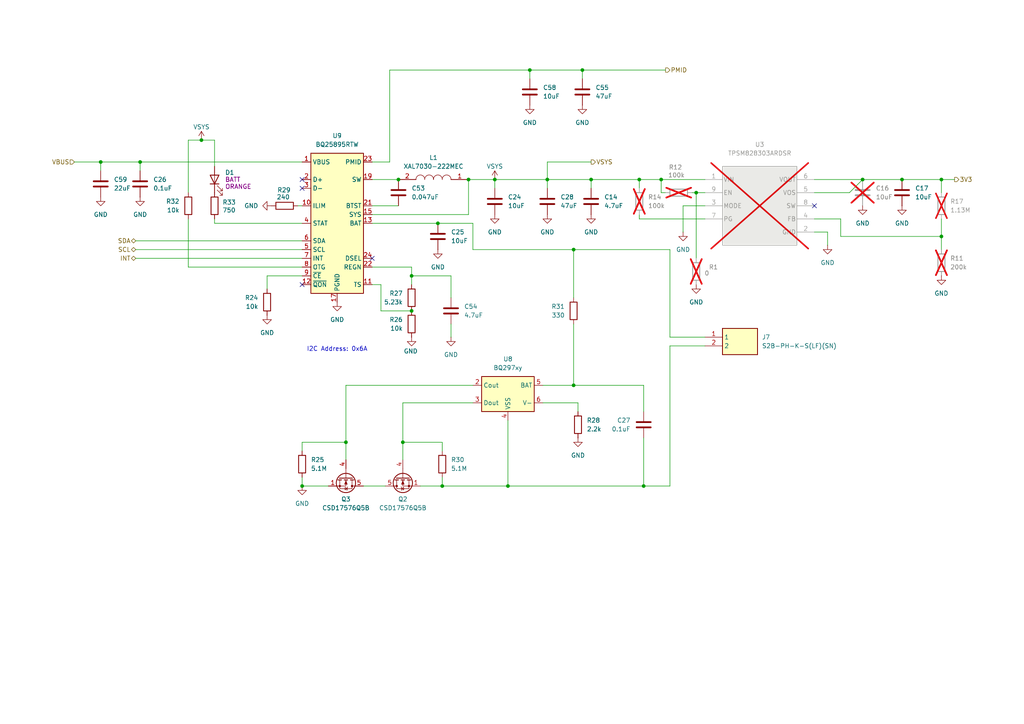
<source format=kicad_sch>
(kicad_sch (version 20250114) (generator "eeschema") (generator_version "9.0")
  (paper "A4")
  (title_block (title "Maritime Hacking Village") (date "2025") (rev "1") (company "DC33"))
  (lib_symbols
    (symbol "Library:BQ25895RTW"
      (property "Reference" "U" (at -5.08 22.86 0))
      (property "Value" "BQ25895RTW" (at 5.08 22.86 0))
      (symbol "BQ25895RTW_0_1"
        (rectangle (start -7.62 20.32) (end 7.62 -20.32) (stroke (width 0.254)) (fill (type background)))
      )
      (symbol "BQ25895RTW_1_1"
        (pin power_in line (at -10.16 17.78 0) (length 2.54) (name "VBUS") (number "1"))
        (pin bidirectional line (at -10.16 12.7 0) (length 2.54) (name "D+") (number "2"))
        (pin bidirectional line (at -10.16 10.16 0) (length 2.54) (name "D-") (number "3"))
        (pin passive line (at -10.16 5.08 0) (length 2.54) (name "ILIM") (number "10"))
        (pin open_collector line (at -10.16 0 0) (length 2.54) (name "STAT") (number "4"))
        (pin bidirectional line (at -10.16 -5.08 0) (length 2.54) (name "SDA") (number "6"))
        (pin input line (at -10.16 -7.62 0) (length 2.54) (name "SCL") (number "5"))
        (pin open_collector line (at -10.16 -10.16 0) (length 2.54) (name "INT") (number "7"))
        (pin input line (at -10.16 -12.7 0) (length 2.54) (name "OTG") (number "8"))
        (pin input line (at -10.16 -15.24 0) (length 2.54) (name "~{CE}") (number "9"))
        (pin input line (at -10.16 -17.78 0) (length 2.54) (name "~{QON}") (number "12"))
        (pin power_in line (at 0 -22.86 90) (length 2.54) (name "PGND") (number "17"))
        (pin passive line (at 0 -22.86 90) (length 2.54) (hide yes) (name "PGND") (number "18"))
        (pin passive line (at 0 -22.86 90) (length 2.54) (hide yes) (name "PGND") (number "25"))
        (pin power_out line (at 10.16 17.78 180) (length 2.54) (name "PMID") (number "23"))
        (pin power_out line (at 10.16 12.7 180) (length 2.54) (name "SW") (number "19"))
        (pin passive line (at 10.16 12.7 180) (length 2.54) (hide yes) (name "SW") (number "20"))
        (pin passive line (at 10.16 5.08 180) (length 2.54) (name "BTST") (number "21"))
        (pin passive line (at 10.16 2.54 180) (length 2.54) (name "SYS") (number "15"))
        (pin passive line (at 10.16 2.54 180) (length 2.54) (hide yes) (name "SYS") (number "16"))
        (pin passive line (at 10.16 0 180) (length 2.54) (name "BAT") (number "13"))
        (pin passive line (at 10.16 0 180) (length 2.54) (hide yes) (name "BAT") (number "14"))
        (pin open_collector line (at 10.16 -10.16 180) (length 2.54) (name "DSEL") (number "24"))
        (pin passive line (at 10.16 -12.7 180) (length 2.54) (name "REGN") (number "22"))
        (pin passive line (at 10.16 -17.78 180) (length 2.54) (name "TS") (number "11"))
      )
    )
    (symbol "Library:BQ297xy"
      (property "Reference" "U" (at -6.35 6.35 0))
      (property "Value" "BQ297xy" (at 5.08 -6.35 0))
      (symbol "BQ297xy_0_1"
        (rectangle (start -7.62 5.08) (end 7.62 -5.08) (stroke (width 0.254)) (fill (type background)))
      )
      (symbol "BQ297xy_1_1"
        (pin input line (at -10.16 2.54 0) (length 2.54) (name "BAT") (number "5"))
        (pin input line (at -10.16 -2.54 0) (length 2.54) (name "V-") (number "6"))
        (pin power_out line (at 0 -7.62 90) (length 2.54) (name "VSS") (number "4"))
        (pin no_connect line (at 7.62 0 180) (length 2.54) (hide yes) (name "NC") (number "1"))
        (pin output line (at 10.16 2.54 180) (length 2.54) (name "Cout") (number "2"))
        (pin output line (at 10.16 -2.54 180) (length 2.54) (name "Dout") (number "3"))
      )
    )
    (symbol "Library:C" (pin_numbers (hide yes)) (pin_names (offset 0.254))
      (property "Reference" "C" (at 0.635 2.54 0))
      (property "Value" "C" (at 0.635 -2.54 0))
      (symbol "C_0_1"
        (polyline (pts (xy -2.032 0.762) (xy 2.032 0.762)) (stroke (width 0.508)))
        (polyline (pts (xy -2.032 -0.762) (xy 2.032 -0.762)) (stroke (width 0.508)))
      )
      (symbol "C_1_1"
        (pin passive line (at 0 3.81 270) (length 2.794) (name "~") (number "1"))
        (pin passive line (at 0 -3.81 90) (length 2.794) (name "~") (number "2"))
      )
    )
    (symbol "Library:CSD17576Q5B" (pin_names (hide yes))
      (property "Reference" "Q" (at 5.08 1.905 0))
      (property "Value" "CSD17576Q5B" (at 5.08 0 0))
      (symbol "CSD17576Q5B_0_1"
        (polyline (pts (xy 0.254 1.905) (xy 0.254 -1.905)) (stroke (width 0.254)))
        (polyline (pts (xy 0.254 0) (xy -2.54 0)))
        (polyline (pts (xy 0.762 2.286) (xy 0.762 1.27)) (stroke (width 0.254)))
        (polyline (pts (xy 0.762 0.508) (xy 0.762 -0.508)) (stroke (width 0.254)))
        (polyline (pts (xy 0.762 -1.27) (xy 0.762 -2.286)) (stroke (width 0.254)))
        (polyline (pts (xy 0.762 -1.778) (xy 3.302 -1.778) (xy 3.302 1.778) (xy 0.762 1.778)))
        (polyline (pts (xy 1.016 0) (xy 2.032 0.381) (xy 2.032 -0.381) (xy 1.016 0)) (fill (type outline)))
        (circle (center 1.651 0) (radius 2.794) (stroke (width 0.254)))
        (polyline (pts (xy 2.54 2.54) (xy 2.54 1.778)))
        (circle (center 2.54 1.778) (radius 0.254) (fill (type outline)))
        (circle (center 2.54 -1.778) (radius 0.254) (fill (type outline)))
        (polyline (pts (xy 2.54 -2.54) (xy 2.54 0) (xy 0.762 0)))
        (polyline (pts (xy 2.794 0.508) (xy 2.921 0.381) (xy 3.683 0.381) (xy 3.81 0.254)))
        (polyline (pts (xy 3.302 0.381) (xy 2.921 -0.254) (xy 3.683 -0.254) (xy 3.302 0.381)))
      )
      (symbol "CSD17576Q5B_1_1"
        (pin passive line (at -5.08 0 0) (length 2.54) (name "G") (number "4"))
        (pin passive line (at 2.54 5.08 270) (length 2.54) (name "D") (number "5"))
        (pin passive line (at 2.54 -5.08 90) (length 2.54) (name "S") (number "1"))
        (pin passive line (at 2.54 -5.08 90) (length 2.54) (hide yes) (name "S") (number "2"))
        (pin passive line (at 2.54 -5.08 90) (length 2.54) (hide yes) (name "S") (number "3"))
      )
    )
    (symbol "Library:LED" (pin_numbers (hide yes)) (pin_names (offset 1.016) (hide yes))
      (property "Reference" "D" (at 0 2.54 0))
      (property "Value" "LED" (at 0 -2.54 0))
      (symbol "LED_0_1"
        (polyline (pts (xy -3.048 -0.762) (xy -4.572 -2.286) (xy -3.81 -2.286) (xy -4.572 -2.286) (xy -4.572 -1.524)))
        (polyline (pts (xy -1.778 -0.762) (xy -3.302 -2.286) (xy -2.54 -2.286) (xy -3.302 -2.286) (xy -3.302 -1.524)))
        (polyline (pts (xy -1.27 0) (xy 1.27 0)))
        (polyline (pts (xy -1.27 -1.27) (xy -1.27 1.27)) (stroke (width 0.254)))
        (polyline (pts (xy 1.27 -1.27) (xy 1.27 1.27) (xy -1.27 0) (xy 1.27 -1.27)) (stroke (width 0.254)))
      )
      (symbol "LED_1_1"
        (pin passive line (at -3.81 0 0) (length 2.54) (name "K") (number "1"))
        (pin passive line (at 3.81 0 180) (length 2.54) (name "A") (number "2"))
      )
    )
    (symbol "Library:R" (pin_numbers (hide yes)) (pin_names (offset 0))
      (property "Reference" "R" (at 2.032 0 90))
      (property "Value" "R" (at 0 0 90))
      (symbol "R_0_1"
        (rectangle (start -1.016 -2.54) (end 1.016 2.54) (stroke (width 0.254)))
      )
      (symbol "R_1_1"
        (pin passive line (at 0 3.81 270) (length 1.27) (name "~") (number "1"))
        (pin passive line (at 0 -3.81 90) (length 1.27) (name "~") (number "2"))
      )
    )
    (symbol "Library:S2B-PH-K-S_LF__SN_"
      (property "Reference" "J" (at 16.51 7.62 0))
      (property "Value" "S2B-PH-K-S_LF__SN_" (at 16.51 5.08 0))
      (symbol "S2B-PH-K-S_LF__SN__1_1"
        (rectangle (start 5.08 2.54) (end 15.24 -5.08) (stroke (width 0.254)) (fill (type background)))
        (pin passive line (at 0 0 0) (length 5.08) (name "1") (number "1"))
        (pin passive line (at 0 -2.54 0) (length 5.08) (name "2") (number "2"))
      )
    )
    (symbol "Library:TPSM828303ARDSR" (pin_names (offset 0.254))
      (property "Reference" "U" (at 17.526 8.382 0))
      (property "Value" "TPSM828303ARDSR" (at 26.162 6.096 0))
      (symbol "TPSM828303ARDSR_0_1"
        (pin power_in line (at 0 0 0) (length 5.08) (name "VIN") (number "1"))
        (pin input line (at 0 -3.81 0) (length 5.08) (name "EN") (number "9"))
        (pin open_collector line (at 0 -11.43 0) (length 5.08) (name "PG") (number "7"))
        (pin power_in line (at 31.75 -15.24 180) (length 5.08) (name "GND") (number "2"))
      )
      (symbol "TPSM828303ARDSR_1_1"
        (rectangle (start 5.08 3.81) (end 26.67 -19.05) (fill (type background)))
        (pin input line (at 0 -7.62 0) (length 5.08) (name "MODE") (number "3"))
        (pin power_out line (at 31.75 0 180) (length 5.08) (name "VOUT") (number "6"))
        (pin input line (at 31.75 -3.81 180) (length 5.08) (name "VOS") (number "5"))
        (pin power_in line (at 31.75 -7.62 180) (length 5.08) (name "SW") (number "8"))
        (pin input line (at 31.75 -11.43 180) (length 5.08) (name "FB") (number "4"))
      )
    )
    (symbol "Library:XAL7030-222MEB" (pin_names (offset 0.762))
      (property "Reference" "L1" (at 10.16 -6.35 0))
      (property "Value" "XAL7030-222MEB" (at 10.16 -3.81 0))
      (symbol "XAL7030-222MEB_0_0"
        (pin power_out line (at 0 0 0) (length 5.08) (name "~") (number "1"))
        (pin power_in line (at 20.32 0 180) (length 5.08) (name "~") (number "2"))
      )
      (symbol "XAL7030-222MEB_0_1"
        (arc (start 7.62 0) (mid 6.35 -1.3218) (end 5.08 0) (stroke (width 0.1524)))
        (arc (start 10.16 0) (mid 8.89 -1.3218) (end 7.62 0) (stroke (width 0.1524)))
        (arc (start 12.7 0) (mid 11.43 -1.3218) (end 10.16 0) (stroke (width 0.1524)))
        (arc (start 15.24 0) (mid 13.97 -1.3218) (end 12.7 0) (stroke (width 0.1524)))
      )
    )
    (symbol "power:+3V3" (power) (pin_numbers (hide yes)) (pin_names (offset 0) (hide yes))
      (property "Value" "+3V3" (at 0 3.556 0))
      (symbol "+3V3_0_1"
        (polyline (pts (xy -0.762 1.27) (xy 0 2.54)))
        (polyline (pts (xy 0 2.54) (xy 0.762 1.27)))
        (polyline (pts (xy 0 0) (xy 0 2.54)))
      )
      (symbol "+3V3_1_1"
        (pin power_in line (at 0 0 90) (length 0) (name "~") (number "1"))
      )
    )
    (symbol "power:GND" (power) (pin_numbers (hide yes)) (pin_names (offset 0) (hide yes))
      (property "Value" "GND" (at 0 -3.81 0))
      (symbol "GND_0_1"
        (polyline (pts (xy 0 0) (xy 0 -1.27) (xy 1.27 -1.27) (xy 0 -2.54) (xy -1.27 -1.27) (xy 0 -1.27)))
      )
      (symbol "GND_1_1"
        (pin power_in line (at 0 0 270) (length 0) (name "~") (number "1"))
      )
    )
  )
  (text "I2C Address: 0x6A" (at 97.79 101.346 0) (effects (font (size 1.27 1.27))))
  (junction (at 191.77 52.07))
  (junction (at 158.75 52.07))
  (junction (at 127 64.77))
  (junction (at 87.63 140.97))
  (junction (at 115.57 52.07))
  (junction (at 166.37 111.76))
  (junction (at 29.21 46.99))
  (junction (at 100.33 128.27))
  (junction (at 185.42 52.07))
  (junction (at 119.38 80.01))
  (junction (at 116.84 128.27))
  (junction (at 201.93 55.88))
  (junction (at 186.69 140.97))
  (junction (at 135.89 52.07))
  (junction (at 40.64 46.99))
  (junction (at 168.91 20.32))
  (junction (at 119.38 90.17))
  (junction (at 147.32 140.97))
  (junction (at 153.67 20.32))
  (junction (at 58.42 40.64))
  (junction (at 128.27 140.97))
  (junction (at 273.05 68.58))
  (junction (at 166.37 72.39))
  (junction (at 250.19 52.07))
  (junction (at 273.05 52.07))
  (junction (at 261.62 52.07))
  (junction (at 171.45 52.07))
  (junction (at 143.51 52.07))
  (no_connect (at 87.63 82.55))
  (no_connect (at 87.63 54.61))
  (no_connect (at 87.63 52.07))
  (no_connect (at 107.95 74.93))
  (no_connect (at 236.22 59.69))
  (wire (pts (xy 100.33 111.76) (xy 100.33 128.27)))
  (wire (pts (xy 113.03 20.32) (xy 113.03 46.99)))
  (wire (pts (xy 198.12 59.69) (xy 198.12 67.31)))
  (wire (pts (xy 273.05 68.58) (xy 273.05 72.39)))
  (wire (pts (xy 107.95 59.69) (xy 115.57 59.69)))
  (wire (pts (xy 186.69 119.38) (xy 186.69 111.76)))
  (wire (pts (xy 87.63 80.01) (xy 77.47 80.01)))
  (wire (pts (xy 236.22 52.07) (xy 250.19 52.07)))
  (wire (pts (xy 171.45 46.99) (xy 158.75 46.99)))
  (wire (pts (xy 113.03 20.32) (xy 153.67 20.32)))
  (wire (pts (xy 157.48 116.84) (xy 167.64 116.84)))
  (wire (pts (xy 87.63 128.27) (xy 100.33 128.27)))
  (wire (pts (xy 143.51 52.07) (xy 143.51 54.61)))
  (wire (pts (xy 273.05 52.07) (xy 276.86 52.07)))
  (wire (pts (xy 95.25 140.97) (xy 87.63 140.97)))
  (wire (pts (xy 119.38 82.55) (xy 119.38 80.01)))
  (wire (pts (xy 246.38 55.88) (xy 236.22 55.88)))
  (wire (pts (xy 194.31 72.39) (xy 194.31 97.79)))
  (wire (pts (xy 250.19 52.07) (xy 261.62 52.07)))
  (wire (pts (xy 40.64 46.99) (xy 87.63 46.99)))
  (wire (pts (xy 62.23 40.64) (xy 58.42 40.64)))
  (wire (pts (xy 236.22 63.5) (xy 243.84 63.5)))
  (wire (pts (xy 116.84 116.84) (xy 116.84 128.27)))
  (wire (pts (xy 135.89 52.07) (xy 135.89 62.23)))
  (wire (pts (xy 87.63 140.97) (xy 87.63 138.43)))
  (wire (pts (xy 119.38 80.01) (xy 119.38 77.47)))
  (wire (pts (xy 243.84 68.58) (xy 273.05 68.58)))
  (wire (pts (xy 191.77 52.07) (xy 204.47 52.07)))
  (wire (pts (xy 194.31 140.97) (xy 194.31 100.33)))
  (wire (pts (xy 194.31 100.33) (xy 204.47 100.33)))
  (wire (pts (xy 119.38 80.01) (xy 130.81 80.01)))
  (wire (pts (xy 261.62 52.07) (xy 273.05 52.07)))
  (wire (pts (xy 158.75 52.07) (xy 158.75 54.61)))
  (wire (pts (xy 119.38 77.47) (xy 107.95 77.47)))
  (wire (pts (xy 168.91 20.32) (xy 168.91 22.86)))
  (wire (pts (xy 273.05 63.5) (xy 273.05 68.58)))
  (wire (pts (xy 240.03 67.31) (xy 240.03 71.12)))
  (wire (pts (xy 128.27 140.97) (xy 121.92 140.97)))
  (wire (pts (xy 54.61 77.47) (xy 87.63 77.47)))
  (wire (pts (xy 54.61 40.64) (xy 58.42 40.64)))
  (wire (pts (xy 54.61 40.64) (xy 54.61 55.88)))
  (wire (pts (xy 116.84 133.35) (xy 116.84 128.27)))
  (wire (pts (xy 166.37 111.76) (xy 186.69 111.76)))
  (wire (pts (xy 185.42 52.07) (xy 185.42 54.61)))
  (wire (pts (xy 62.23 64.77) (xy 87.63 64.77)))
  (wire (pts (xy 116.84 128.27) (xy 128.27 128.27)))
  (wire (pts (xy 110.49 82.55) (xy 110.49 90.17)))
  (wire (pts (xy 204.47 59.69) (xy 198.12 59.69)))
  (wire (pts (xy 171.45 52.07) (xy 185.42 52.07)))
  (wire (pts (xy 39.37 69.85) (xy 87.63 69.85)))
  (wire (pts (xy 137.16 111.76) (xy 100.33 111.76)))
  (wire (pts (xy 168.91 20.32) (xy 193.04 20.32)))
  (wire (pts (xy 107.95 52.07) (xy 115.57 52.07)))
  (wire (pts (xy 191.77 55.88) (xy 191.77 52.07)))
  (wire (pts (xy 87.63 130.81) (xy 87.63 128.27)))
  (wire (pts (xy 113.03 46.99) (xy 107.95 46.99)))
  (wire (pts (xy 147.32 140.97) (xy 128.27 140.97)))
  (wire (pts (xy 137.16 64.77) (xy 127 64.77)))
  (wire (pts (xy 29.21 46.99) (xy 40.64 46.99)))
  (wire (pts (xy 185.42 52.07) (xy 191.77 52.07)))
  (wire (pts (xy 158.75 46.99) (xy 158.75 52.07)))
  (wire (pts (xy 128.27 128.27) (xy 128.27 130.81)))
  (wire (pts (xy 153.67 20.32) (xy 153.67 22.86)))
  (wire (pts (xy 130.81 97.79) (xy 130.81 93.98)))
  (wire (pts (xy 39.37 74.93) (xy 87.63 74.93)))
  (wire (pts (xy 130.81 80.01) (xy 130.81 86.36)))
  (wire (pts (xy 194.31 140.97) (xy 186.69 140.97)))
  (wire (pts (xy 39.37 72.39) (xy 87.63 72.39)))
  (wire (pts (xy 40.64 46.99) (xy 40.64 49.53)))
  (wire (pts (xy 107.95 64.77) (xy 127 64.77)))
  (wire (pts (xy 246.38 55.88) (xy 250.19 52.07)))
  (wire (pts (xy 137.16 116.84) (xy 116.84 116.84)))
  (wire (pts (xy 158.75 52.07) (xy 171.45 52.07)))
  (wire (pts (xy 62.23 64.77) (xy 62.23 63.5)))
  (wire (pts (xy 167.64 116.84) (xy 167.64 119.38)))
  (wire (pts (xy 201.93 55.88) (xy 201.93 74.93)))
  (wire (pts (xy 111.76 140.97) (xy 105.41 140.97)))
  (wire (pts (xy 186.69 140.97) (xy 186.69 127)))
  (wire (pts (xy 86.36 59.69) (xy 87.63 59.69)))
  (wire (pts (xy 137.16 72.39) (xy 166.37 72.39)))
  (wire (pts (xy 143.51 52.07) (xy 158.75 52.07)))
  (wire (pts (xy 186.69 140.97) (xy 147.32 140.97)))
  (wire (pts (xy 135.89 52.07) (xy 143.51 52.07)))
  (wire (pts (xy 191.77 55.88) (xy 193.04 55.88)))
  (wire (pts (xy 204.47 63.5) (xy 185.42 63.5)))
  (wire (pts (xy 273.05 55.88) (xy 273.05 52.07)))
  (wire (pts (xy 29.21 46.99) (xy 29.21 49.53)))
  (wire (pts (xy 153.67 20.32) (xy 168.91 20.32)))
  (wire (pts (xy 128.27 138.43) (xy 128.27 140.97)))
  (wire (pts (xy 157.48 111.76) (xy 166.37 111.76)))
  (wire (pts (xy 107.95 82.55) (xy 110.49 82.55)))
  (wire (pts (xy 62.23 48.26) (xy 62.23 40.64)))
  (wire (pts (xy 21.59 46.99) (xy 29.21 46.99)))
  (wire (pts (xy 171.45 52.07) (xy 171.45 54.61)))
  (wire (pts (xy 107.95 62.23) (xy 135.89 62.23)))
  (wire (pts (xy 77.47 80.01) (xy 77.47 83.82)))
  (wire (pts (xy 185.42 63.5) (xy 185.42 62.23)))
  (wire (pts (xy 194.31 97.79) (xy 204.47 97.79)))
  (wire (pts (xy 166.37 93.98) (xy 166.37 111.76)))
  (wire (pts (xy 100.33 128.27) (xy 100.33 133.35)))
  (wire (pts (xy 243.84 63.5) (xy 243.84 68.58)))
  (wire (pts (xy 166.37 72.39) (xy 166.37 86.36)))
  (wire (pts (xy 236.22 67.31) (xy 240.03 67.31)))
  (wire (pts (xy 110.49 90.17) (xy 119.38 90.17)))
  (wire (pts (xy 147.32 121.92) (xy 147.32 140.97)))
  (wire (pts (xy 137.16 72.39) (xy 137.16 64.77)))
  (wire (pts (xy 166.37 72.39) (xy 194.31 72.39)))
  (wire (pts (xy 200.66 55.88) (xy 201.93 55.88)))
  (wire (pts (xy 54.61 77.47) (xy 54.61 63.5)))
  (wire (pts (xy 201.93 55.88) (xy 204.47 55.88)))
  (hierarchical_label "3V3" (shape output) (at 276.86 52.07 0))
  (hierarchical_label "PMID" (shape output) (at 193.04 20.32 0))
  (hierarchical_label "SDA" (shape tri_state) (at 39.37 69.85 180))
  (hierarchical_label "SCL" (shape tri_state) (at 39.37 72.39 180))
  (hierarchical_label "VBUS" (shape input) (at 21.59 46.99 180))
  (hierarchical_label "VSYS" (shape output) (at 171.45 46.99 0))
  (hierarchical_label "INT" (shape tri_state) (at 39.37 74.93 180))
  (symbol (lib_id "power:GND") (at 143.51 62.23 0) (unit 1)
    (property "Reference" "#PWR029" (effects (hide yes)))
    (property "Value" "GND" (at 143.51 67.31 0))
    (property "Description" "Power symbol creates a global label with name \"GND\" , ground" (effects (hide yes)))
  )
  (symbol (lib_id "Library:BQ297xy") (at 147.32 114.3 0) (mirror y) (unit 1)
    (property "Reference" "U8" (at 147.32 104.14 0))
    (property "Value" "BQ297xy" (at 147.32 106.68 0))
    (property "Footprint" "Package_SON:WSON-6_1.5x1.5mm_P0.5mm" (effects (hide yes)))
    (property "Datasheet" "http://www.ti.com/lit/ds/symlink/bq2970.pdf" (effects (hide yes)))
    (property "Description" "IC BATT PROT LI-ION 1CELL 6WSON" (effects (hide yes)))
    (property "Manufacturer" "Texas Instruments" (effects (hide yes)))
    (property "Manufacturer Part Number" "BQ29700DSER" (effects (hide yes)))
  )
  (symbol (lib_id "power:GND") (at 87.63 140.97 0) (mirror y) (unit 1)
    (property "Reference" "#PWR024" (effects (hide yes)))
    (property "Value" "GND" (at 87.63 146.05 0))
    (property "Description" "Power symbol creates a global label with name \"GND\" , ground" (effects (hide yes)))
  )
  (symbol (lib_id "Library:R") (at 201.93 78.74 180) (unit 1) (dnp yes)
    (property "Reference" "R1" (at 208.28 77.47 0) (effects (justify left)))
    (property "Value" "0" (at 205.74 79.248 0) (effects (justify left)))
    (property "Footprint" "Resistor_SMD:R_0603_1608Metric" (effects (hide yes)))
    (property "Datasheet" "https://industrial.panasonic.com/cdbs/www-data/pdf/RDA0000/AOA0000C301.pdf" (effects (hide yes)))
    (property "Description" "RES SMD 0 OHM JUMPER 1/10W 0603" (effects (hide yes)))
    (property "Tolerance" "1%" (effects (hide yes)))
    (property "Manufacturer" "Panasonic Electronic Components" (effects (hide yes)))
    (property "Manufacturer Part Number" "ERJ-3GEY0R00V" (effects (hide yes)))
  )
  (symbol (lib_id "Library:R") (at 77.47 87.63 0) (mirror x) (unit 1)
    (property "Reference" "R24" (at 74.93 86.3599 0) (effects (justify right)))
    (property "Value" "10k" (at 74.93 88.8999 0) (effects (justify right)))
    (property "Footprint" "Resistor_SMD:R_0603_1608Metric" (effects (hide yes)))
    (property "Datasheet" "https://www.te.com/commerce/DocumentDelivery/DDEController?Action=srchrtrv&DocNm=1773204&DocType=DS&DocLang=English" (effects (hide yes)))
    (property "Description" "RES SMD 10K OHM 1% 1/10W 0603" (effects (hide yes)))
    (property "Tolerance" "1%" (effects (hide yes)))
    (property "Manufacturer" "TE Connectivity Passive Product" (effects (hide yes)))
    (property "Manufacturer Part Number" "CRG0603F10K" (effects (hide yes)))
  )
  (symbol (lib_id "Library:R") (at 273.05 59.69 0) (unit 1) (dnp yes)
    (property "Reference" "R17" (at 275.59 58.4199 0) (effects (justify left)))
    (property "Value" "1.13M" (at 275.59 60.9599 0) (effects (justify left)))
    (property "Footprint" "Resistor_SMD:R_0603_1608Metric" (effects (hide yes)))
    (property "Datasheet" "https://www.vishay.com/docs/20035/dcrcwe3.pdf" (effects (hide yes)))
    (property "Description" "RES SMD 1.13M OHM 1% 1/10W 0603" (effects (hide yes)))
    (property "Tolerance" "1%" (effects (hide yes)))
    (property "Manufacturer" "Vishay Dale" (effects (hide yes)))
    (property "Manufacturer Part Number" "CRCW06031M13FKEA" (effects (hide yes)))
  )
  (symbol (lib_id "power:GND") (at 240.03 71.12 0) (unit 1)
    (property "Reference" "#PWR049" (effects (hide yes)))
    (property "Value" "GND" (at 240.03 76.2 0))
    (property "Description" "Power symbol creates a global label with name \"GND\" , ground" (effects (hide yes)))
  )
  (symbol (lib_id "Library:R") (at 273.05 76.2 0) (unit 1) (dnp yes)
    (property "Reference" "R11" (at 275.59 74.9299 0) (effects (justify left)))
    (property "Value" "200k" (at 275.59 77.4699 0) (effects (justify left)))
    (property "Footprint" "Resistor_SMD:R_0603_1608Metric" (effects (hide yes)))
    (property "Datasheet" "https://industrial.panasonic.com/cdbs/www-data/pdf/RDA0000/AOA0000C304.pdf" (effects (hide yes)))
    (property "Description" "RES SMD 200K OHM 1% 1/10W 0603" (effects (hide yes)))
    (property "Tolerance" "1%" (effects (hide yes)))
    (property "Manufacturer" "Panasonic Electronic Components" (effects (hide yes)))
    (property "Manufacturer Part Number" "ERJ-3EKF2003V" (effects (hide yes)))
  )
  (symbol (lib_id "Library:LED") (at 62.23 52.07 90) (unit 1)
    (property "Reference" "D1" (at 65.278 50.038 90) (effects (justify right)))
    (property "Value" "1.8V/2MA ORANGE" (effects (hide yes)))
    (property "Footprint" "LED_SMD:LED_0603_1608Metric" (effects (hide yes)))
    (property "Datasheet" "https://www.kingbrightusa.com/images/catalog/SPEC/APT1608LSECK-J4-PRV.pdf" (effects (hide yes)))
    (property "Description" "LED ORANGE CLEAR 2SMD" (effects (hide yes)))
    (property "Label" "BATT" (at 65.278 52.07 90) (effects (justify right)))
    (property "Package" "0603" (effects (hide yes)))
    (property "Manufacturer" "Kingbright" (effects (hide yes)))
    (property "Manufacturer Part Number" "APT1608LSECK/J4-PRV" (effects (hide yes)))
    (property "Color" "ORANGE" (at 65.278 54.102 90) (effects (justify right)))
  )
  (symbol (lib_id "Library:C") (at 171.45 58.42 0) (unit 1)
    (property "Reference" "C14" (at 175.26 57.1499 0) (effects (justify left)))
    (property "Value" "4.7uF" (at 175.26 59.6899 0) (effects (justify left)))
    (property "Footprint" "Capacitor_SMD:C_0603_1608Metric" (effects (hide yes)))
    (property "Datasheet" "https://product.tdk.com/system/files/dam/doc/product/capacitor/ceramic/mlcc/catalog/mlcc_automotive_general_en.pdf" (effects (hide yes)))
    (property "Description" "CAP CER 4.7UF 6.3V X5R 0603" (effects (hide yes)))
    (property "Manufacturer" "TDK Corporation" (effects (hide yes)))
    (property "Package" "0603" (effects (hide yes)))
    (property "Manufacturer Part Number" "CGA3E1X5R0J475K080AC" (effects (hide yes)))
  )
  (symbol (lib_id "power:GND") (at 29.21 57.15 0) (unit 1)
    (property "Reference" "#PWR019" (effects (hide yes)))
    (property "Value" "GND" (at 29.21 62.23 0))
    (property "Description" "Power symbol creates a global label with name \"GND\" , ground" (effects (hide yes)))
  )
  (symbol (lib_id "Library:R") (at 196.85 55.88 90) (unit 1) (dnp yes)
    (property "Reference" "R12" (at 197.866 48.514 90) (effects (justify left)))
    (property "Value" "100k" (at 198.628 50.8 90) (effects (justify left)))
    (property "Footprint" "Resistor_SMD:R_0603_1608Metric" (effects (hide yes)))
    (property "Datasheet" "https://industrial.panasonic.com/cdbs/www-data/pdf/RDA0000/AOA0000C304.pdf" (effects (hide yes)))
    (property "Description" "RES SMD 100K OHM 1% 1/10W 0603" (effects (hide yes)))
    (property "Tolerance" "1%" (effects (hide yes)))
    (property "Manufacturer" "Panasonic Electronic Components" (effects (hide yes)))
    (property "Manufacturer Part Number" "ERJ-3EKF1003V" (effects (hide yes)))
  )
  (symbol (lib_id "power:GND") (at 119.38 97.79 0) (unit 1)
    (property "Reference" "#PWR026" (effects (hide yes)))
    (property "Value" "GND" (at 119.126 101.854 0))
    (property "Description" "Power symbol creates a global label with name \"GND\" , ground" (effects (hide yes)))
  )
  (symbol (lib_id "power:GND") (at 273.05 80.01 0) (unit 1)
    (property "Reference" "#PWR082" (effects (hide yes)))
    (property "Value" "GND" (at 273.05 85.09 0))
    (property "Description" "Power symbol creates a global label with name \"GND\" , ground" (effects (hide yes)))
  )
  (symbol (lib_id "Library:C") (at 261.62 55.88 0) (unit 1)
    (property "Reference" "C17" (at 265.43 54.6099 0) (effects (justify left)))
    (property "Value" "10uF" (at 265.43 57.1499 0) (effects (justify left)))
    (property "Footprint" "Capacitor_SMD:C_0603_1608Metric" (effects (hide yes)))
    (property "Datasheet" "https://search.murata.co.jp/Ceramy/image/img/A01X/G101/ENG/GRM188R61E106MA73-01.pdf" (effects (hide yes)))
    (property "Description" "CAP CER 10UF 25V X5R 0603" (effects (hide yes)))
    (property "Manufacturer" "Murata Electronics" (effects (hide yes)))
    (property "Package" "0603" (effects (hide yes)))
    (property "Manufacturer Part Number" "GRM188R61E106MA73J" (effects (hide yes)))
  )
  (symbol (lib_id "Library:TPSM828303ARDSR") (at 204.47 52.07 0) (unit 1) (dnp yes)
    (property "Reference" "U3" (at 220.345 41.91 0))
    (property "Value" "TPSM828303ARDSR" (at 220.345 44.45 0))
    (property "Footprint" "Library:RDS0009A-MFG" (effects (hide yes)))
    (property "Datasheet" "https://www.ti.com/lit/ds/symlink/tpsm828303.pdf" (effects (hide yes)))
    (property "Description" "2.25-V TO 5.5-V, 3-A, LOW-NOISE" (effects (hide yes)))
    (property "Manufacturer" "Texas Instruments" (effects (hide yes)))
    (property "Manufacturer Part Number" "TPSM828303ARDSR" (effects (hide yes)))
  )
  (symbol (lib_id "Library:C") (at 153.67 26.67 0) (unit 1)
    (property "Reference" "C58" (at 157.48 25.3999 0) (effects (justify left)))
    (property "Value" "10uF" (at 157.48 27.9399 0) (effects (justify left)))
    (property "Footprint" "Capacitor_SMD:C_0603_1608Metric" (effects (hide yes)))
    (property "Datasheet" "https://search.murata.co.jp/Ceramy/image/img/A01X/G101/ENG/GRM188R61E106MA73-01.pdf" (effects (hide yes)))
    (property "Description" "CAP CER 10UF 25V X5R 0603" (effects (hide yes)))
    (property "Manufacturer" "Murata Electronics" (effects (hide yes)))
    (property "Package" "0603" (effects (hide yes)))
    (property "Manufacturer Part Number" "GRM188R61E106MA73J" (effects (hide yes)))
  )
  (symbol (lib_id "power:GND") (at 168.91 30.48 0) (unit 1)
    (property "Reference" "#PWR033" (effects (hide yes)))
    (property "Value" "GND" (at 168.91 35.56 0))
    (property "Description" "Power symbol creates a global label with name \"GND\" , ground" (effects (hide yes)))
  )
  (symbol (lib_id "power:GND") (at 127 72.39 0) (unit 1)
    (property "Reference" "#PWR027" (effects (hide yes)))
    (property "Value" "GND" (at 127 77.47 0))
    (property "Description" "Power symbol creates a global label with name \"GND\" , ground" (effects (hide yes)))
  )
  (symbol (lib_id "Library:XAL7030-222MEB") (at 135.89 52.07 180) (unit 1)
    (property "Reference" "L1" (at 125.73 45.72 0))
    (property "Value" "XAL7030-222MEC" (at 125.73 48.26 0))
    (property "Footprint" "Library:XAL7030272MEB" (effects (hide yes)))
    (property "Datasheet" "https://www.coilcraft.com/pdfs/xal7030.pdf" (effects (hide yes)))
    (property "Description" "FIXED IND 2.2UH 12.9A 15.07MOHM" (effects (hide yes)))
    (property "Height" "3.1" (effects (hide yes)))
    (property "Manufacturer" "Coilcraft" (effects (hide yes)))
    (property "Manufacturer Part Number" "XAL7030-222MEC" (effects (hide yes)))
  )
  (symbol (lib_id "power:GND") (at 158.75 62.23 0) (unit 1)
    (property "Reference" "#PWR031" (effects (hide yes)))
    (property "Value" "GND" (at 158.75 67.31 0))
    (property "Description" "Power symbol creates a global label with name \"GND\" , ground" (effects (hide yes)))
  )
  (symbol (lib_id "power:GND") (at 153.67 30.48 0) (unit 1)
    (property "Reference" "#PWR030" (effects (hide yes)))
    (property "Value" "GND" (at 153.67 35.56 0))
    (property "Description" "Power symbol creates a global label with name \"GND\" , ground" (effects (hide yes)))
  )
  (symbol (lib_id "power:GND") (at 40.64 57.15 0) (unit 1)
    (property "Reference" "#PWR020" (effects (hide yes)))
    (property "Value" "GND" (at 40.64 62.23 0))
    (property "Description" "Power symbol creates a global label with name \"GND\" , ground" (effects (hide yes)))
  )
  (symbol (lib_id "Library:C") (at 143.51 58.42 0) (unit 1)
    (property "Reference" "C24" (at 147.32 57.1499 0) (effects (justify left)))
    (property "Value" "10uF" (at 147.32 59.6899 0) (effects (justify left)))
    (property "Footprint" "Capacitor_SMD:C_0603_1608Metric" (effects (hide yes)))
    (property "Datasheet" "https://search.murata.co.jp/Ceramy/image/img/A01X/G101/ENG/GRM188R61E106MA73-01.pdf" (effects (hide yes)))
    (property "Description" "CAP CER 10UF 25V X5R 0603" (effects (hide yes)))
    (property "Manufacturer" "Murata Electronics" (effects (hide yes)))
    (property "Package" "0603" (effects (hide yes)))
    (property "Manufacturer Part Number" "GRM188R61E106MA73J" (effects (hide yes)))
  )
  (symbol (lib_id "Library:C") (at 115.57 55.88 0) (unit 1)
    (property "Reference" "C53" (at 119.38 54.6099 0) (effects (justify left)))
    (property "Value" "0.047uF" (at 119.38 57.1499 0) (effects (justify left)))
    (property "Footprint" "Capacitor_SMD:C_0603_1608Metric" (effects (hide yes)))
    (property "Datasheet" "https://www.yageo.com/upload/media/product/productsearch/datasheet/mlcc/UPY-GPHC_X7R_6.3V-to-250V_24.pdf" (effects (hide yes)))
    (property "Description" "CAP CER 0.047UF 50V X7R 0603" (effects (hide yes)))
    (property "Manufacturer" "Yageo" (effects (hide yes)))
    (property "Package" "0603" (effects (hide yes)))
    (property "Manufacturer Part Number" "CC0603KRX7R9BB473" (effects (hide yes)))
  )
  (symbol (lib_id "Library:R") (at 119.38 93.98 0) (mirror x) (unit 1)
    (property "Reference" "R26" (at 116.84 92.7099 0) (effects (justify right)))
    (property "Value" "10k" (at 116.84 95.2499 0) (effects (justify right)))
    (property "Footprint" "Resistor_SMD:R_0603_1608Metric" (effects (hide yes)))
    (property "Datasheet" "https://www.te.com/commerce/DocumentDelivery/DDEController?Action=srchrtrv&DocNm=1773204&DocType=DS&DocLang=English" (effects (hide yes)))
    (property "Description" "RES SMD 10K OHM 1% 1/10W 0603" (effects (hide yes)))
    (property "Tolerance" "1%" (effects (hide yes)))
    (property "Manufacturer" "TE Connectivity Passive Product" (effects (hide yes)))
    (property "Manufacturer Part Number" "CRG0603F10K" (effects (hide yes)))
  )
  (symbol (lib_id "power:GND") (at 77.47 91.44 0) (unit 1)
    (property "Reference" "#PWR022" (effects (hide yes)))
    (property "Value" "GND" (at 77.47 96.52 0))
    (property "Description" "Power symbol creates a global label with name \"GND\" , ground" (effects (hide yes)))
  )
  (symbol (lib_id "Library:R") (at 82.55 59.69 90) (unit 1)
    (property "Reference" "R29" (at 84.328 55.118 90) (effects (justify left)))
    (property "Value" "240" (at 84.074 57.15 90) (effects (justify left)))
    (property "Footprint" "Resistor_SMD:R_0603_1608Metric" (effects (hide yes)))
    (property "Datasheet" "https://www.yageo.com/upload/media/product/products/datasheet/rchip/PYu-RC_Group_51_RoHS_L_12.pdf" (effects (hide yes)))
    (property "Description" "RES 240 OHM 1% 1/10W 0603" (effects (hide yes)))
    (property "Manufacturer" "Yageo" (effects (hide yes)))
    (property "Tolerance" "1%" (effects (hide yes)))
    (property "Manufacturer Part Number" "RC0603FR-07240RL" (effects (hide yes)))
  )
  (symbol (lib_id "power:GND") (at 261.62 59.69 0) (unit 1)
    (property "Reference" "#PWR076" (effects (hide yes)))
    (property "Value" "GND" (at 261.62 64.77 0))
    (property "Description" "Power symbol creates a global label with name \"GND\" , ground" (effects (hide yes)))
  )
  (symbol (lib_id "Library:C") (at 40.64 53.34 0) (unit 1)
    (property "Reference" "C26" (at 44.45 52.0699 0) (effects (justify left)))
    (property "Value" "0.1uF" (at 44.45 54.6099 0) (effects (justify left)))
    (property "Footprint" "Capacitor_SMD:C_0603_1608Metric" (effects (hide yes)))
    (property "Datasheet" "https://datasheets.kyocera-avx.com/KGM_X7R.pdf" (effects (hide yes)))
    (property "Description" "CAP CER 0.1UF 25V X7R 0603" (effects (hide yes)))
    (property "Manufacturer" "KYOCERA AVX" (effects (hide yes)))
    (property "Package" "0603" (effects (hide yes)))
    (property "Manufacturer Part Number" "KGM15BR71E104KT" (effects (hide yes)))
  )
  (symbol (lib_id "Library:C") (at 130.81 90.17 0) (unit 1)
    (property "Reference" "C54" (at 134.62 88.8999 0) (effects (justify left)))
    (property "Value" "4.7uF" (at 134.62 91.4399 0) (effects (justify left)))
    (property "Footprint" "Capacitor_SMD:C_0603_1608Metric" (effects (hide yes)))
    (property "Datasheet" "https://product.tdk.com/system/files/dam/doc/product/capacitor/ceramic/mlcc/catalog/mlcc_automotive_general_en.pdf" (effects (hide yes)))
    (property "Description" "CAP CER 4.7UF 6.3V X5R 0603" (effects (hide yes)))
    (property "Manufacturer" "TDK Corporation" (effects (hide yes)))
    (property "Package" "0603" (effects (hide yes)))
    (property "Manufacturer Part Number" "CGA3E1X5R0J475K080AC" (effects (hide yes)))
  )
  (symbol (lib_id "power:GND") (at 171.45 62.23 0) (unit 1)
    (property "Reference" "#PWR052" (effects (hide yes)))
    (property "Value" "GND" (at 171.45 67.31 0))
    (property "Description" "Power symbol creates a global label with name \"GND\" , ground" (effects (hide yes)))
  )
  (symbol (lib_id "Library:R") (at 119.38 86.36 0) (mirror x) (unit 1)
    (property "Reference" "R27" (at 116.84 85.0899 0) (effects (justify right)))
    (property "Value" "5.23k" (at 116.84 87.6299 0) (effects (justify right)))
    (property "Footprint" "Resistor_SMD:R_0603_1608Metric" (effects (hide yes)))
    (property "Datasheet" "https://www.vishay.com/docs/20035/dcrcwe3.pdf" (effects (hide yes)))
    (property "Description" "RES SMD 5.23K OHM 1% 1/10W 0603" (effects (hide yes)))
    (property "Tolerance" "1%" (effects (hide yes)))
    (property "Manufacturer" "Vishay Dale" (effects (hide yes)))
    (property "Manufacturer Part Number" "CRCW06035K23FKEA" (effects (hide yes)))
  )
  (symbol (lib_id "Library:C") (at 29.21 53.34 0) (unit 1)
    (property "Reference" "C59" (at 33.02 52.0699 0) (effects (justify left)))
    (property "Value" "22uF" (at 33.02 54.6099 0) (effects (justify left)))
    (property "Footprint" "Capacitor_SMD:C_0603_1608Metric" (effects (hide yes)))
    (property "Datasheet" "https://product.tdk.com/system/files/dam/doc/product/capacitor/ceramic/mlcc/catalog/mlcc_commercial_general_en.pdf" (effects (hide yes)))
    (property "Description" "CAP CER 22UF 10V X5R 0603" (effects (hide yes)))
    (property "Manufacturer" "TDK Corporation" (effects (hide yes)))
    (property "Package" "0603" (effects (hide yes)))
    (property "Manufacturer Part Number" "C1608X5R1A226M080AC" (effects (hide yes)))
  )
  (symbol (lib_id "power:GND") (at 250.19 59.69 0) (unit 1)
    (property "Reference" "#PWR074" (effects (hide yes)))
    (property "Value" "GND" (at 250.19 64.77 0))
    (property "Description" "Power symbol creates a global label with name \"GND\" , ground" (effects (hide yes)))
  )
  (symbol (lib_id "Library:R") (at 54.61 59.69 0) (mirror x) (unit 1)
    (property "Reference" "R32" (at 52.07 58.4199 0) (effects (justify right)))
    (property "Value" "10k" (at 52.07 60.9599 0) (effects (justify right)))
    (property "Footprint" "Resistor_SMD:R_0603_1608Metric" (effects (hide yes)))
    (property "Datasheet" "https://www.te.com/commerce/DocumentDelivery/DDEController?Action=srchrtrv&DocNm=1773204&DocType=DS&DocLang=English" (effects (hide yes)))
    (property "Description" "RES SMD 10K OHM 1% 1/10W 0603" (effects (hide yes)))
    (property "Tolerance" "1%" (effects (hide yes)))
    (property "Manufacturer" "TE Connectivity Passive Product" (effects (hide yes)))
    (property "Manufacturer Part Number" "CRG0603F10K" (effects (hide yes)))
  )
  (symbol (lib_id "power:+3V3") (at 143.51 52.07 0) (mirror y) (unit 1)
    (property "Reference" "#PWR089" (effects (hide yes)))
    (property "Value" "VSYS" (at 143.51 48.26 0))
  )
  (symbol (lib_id "Library:C") (at 250.19 55.88 0) (unit 1) (dnp yes)
    (property "Reference" "C16" (at 254 54.6099 0) (effects (justify left)))
    (property "Value" "10uF" (at 254 57.1499 0) (effects (justify left)))
    (property "Footprint" "Capacitor_SMD:C_0603_1608Metric" (effects (hide yes)))
    (property "Datasheet" "https://search.murata.co.jp/Ceramy/image/img/A01X/G101/ENG/GRM188R61E106MA73-01.pdf" (effects (hide yes)))
    (property "Description" "CAP CER 10UF 25V X5R 0603" (effects (hide yes)))
    (property "Manufacturer" "Murata Electronics" (effects (hide yes)))
    (property "Package" "0603" (effects (hide yes)))
    (property "Manufacturer Part Number" "GRM188R61E106MA73J" (effects (hide yes)))
  )
  (symbol (lib_id "power:GND") (at 198.12 67.31 0) (unit 1)
    (property "Reference" "#PWR050" (effects (hide yes)))
    (property "Value" "GND" (at 198.12 72.39 0))
    (property "Description" "Power symbol creates a global label with name \"GND\" , ground" (effects (hide yes)))
  )
  (symbol (lib_id "Library:R") (at 128.27 134.62 180) (unit 1)
    (property "Reference" "R30" (at 130.81 133.3499 0) (effects (justify right)))
    (property "Value" "5.1M" (at 130.81 135.8899 0) (effects (justify right)))
    (property "Footprint" "Resistor_SMD:R_0603_1608Metric" (effects (hide yes)))
    (property "Datasheet" "https://fscdn.rohm.com/en/products/databook/datasheet/passive/resistor/chip_resistor/ktr-e.pdf" (effects (hide yes)))
    (property "Description" "RES SMD 5.1M OHM 1% 1/10W 0603" (effects (hide yes)))
    (property "Tolerance" "1%" (effects (hide yes)))
    (property "Manufacturer" "Rohm Semiconductor" (effects (hide yes)))
    (property "Manufacturer Part Number" "KTR03EZPF5104" (effects (hide yes)))
  )
  (symbol (lib_id "power:GND") (at 97.79 87.63 0) (unit 1)
    (property "Reference" "#PWR025" (effects (hide yes)))
    (property "Value" "GND" (at 97.79 92.71 0))
    (property "Description" "Power symbol creates a global label with name \"GND\" , ground" (effects (hide yes)))
  )
  (symbol (lib_id "Library:R") (at 62.23 59.69 0) (unit 1)
    (property "Reference" "R33" (at 64.516 58.674 0) (effects (justify left)))
    (property "Value" "750" (at 64.516 60.96 0) (effects (justify left)))
    (property "Footprint" "Resistor_SMD:R_0603_1608Metric" (effects (hide yes)))
    (property "Datasheet" "https://industrial.panasonic.com/cdbs/www-data/pdf/RDA0000/AOA0000C304.pdf" (effects (hide yes)))
    (property "Description" "RES SMD 750 OHM 1% 1/10W 0603" (effects (hide yes)))
    (property "Manufacturer" "Panasonic Electronic Components" (effects (hide yes)))
    (property "Tolerance" "1%" (effects (hide yes)))
    (property "Manufacturer Part Number" "ERJ-3EKF7500V" (effects (hide yes)))
  )
  (symbol (lib_id "Library:R") (at 167.64 123.19 180) (unit 1)
    (property "Reference" "R28" (at 170.18 121.9199 0) (effects (justify right)))
    (property "Value" "2.2k" (at 170.18 124.4599 0) (effects (justify right)))
    (property "Footprint" "Resistor_SMD:R_0603_1608Metric" (effects (hide yes)))
    (property "Datasheet" "https://www.te.com/usa-en/product-2-2176340-1.datasheet.pdf" (effects (hide yes)))
    (property "Description" "RES 2.2K OHM 5% 1/10W 0603" (effects (hide yes)))
    (property "Tolerance" "1%" (effects (hide yes)))
    (property "Manufacturer" "TE Connectivity Passive Product" (effects (hide yes)))
    (property "Manufacturer Part Number" "CRGCQ0603J2K2" (effects (hide yes)))
  )
  (symbol (lib_id "Library:R") (at 185.42 58.42 0) (unit 1) (dnp yes)
    (property "Reference" "R14" (at 187.96 57.1499 0) (effects (justify left)))
    (property "Value" "100k" (at 187.96 59.6899 0) (effects (justify left)))
    (property "Footprint" "Resistor_SMD:R_0603_1608Metric" (effects (hide yes)))
    (property "Datasheet" "https://industrial.panasonic.com/cdbs/www-data/pdf/RDA0000/AOA0000C304.pdf" (effects (hide yes)))
    (property "Description" "RES SMD 100K OHM 1% 1/10W 0603" (effects (hide yes)))
    (property "Tolerance" "1%" (effects (hide yes)))
    (property "Manufacturer" "Panasonic Electronic Components" (effects (hide yes)))
    (property "Manufacturer Part Number" "ERJ-3EKF1003V" (effects (hide yes)))
  )
  (symbol (lib_id "Library:C") (at 127 68.58 0) (unit 1)
    (property "Reference" "C25" (at 130.81 67.3099 0) (effects (justify left)))
    (property "Value" "10uF" (at 130.81 69.8499 0) (effects (justify left)))
    (property "Footprint" "Capacitor_SMD:C_0603_1608Metric" (effects (hide yes)))
    (property "Datasheet" "https://search.murata.co.jp/Ceramy/image/img/A01X/G101/ENG/GRM188R61E106MA73-01.pdf" (effects (hide yes)))
    (property "Description" "CAP CER 10UF 25V X5R 0603" (effects (hide yes)))
    (property "Manufacturer" "Murata Electronics" (effects (hide yes)))
    (property "Package" "0603" (effects (hide yes)))
    (property "Manufacturer Part Number" "GRM188R61E106MA73J" (effects (hide yes)))
  )
  (symbol (lib_id "Library:R") (at 87.63 134.62 180) (unit 1)
    (property "Reference" "R25" (at 90.17 133.3499 0) (effects (justify right)))
    (property "Value" "5.1M" (at 90.17 135.8899 0) (effects (justify right)))
    (property "Footprint" "Resistor_SMD:R_0603_1608Metric" (effects (hide yes)))
    (property "Datasheet" "https://fscdn.rohm.com/en/products/databook/datasheet/passive/resistor/chip_resistor/ktr-e.pdf" (effects (hide yes)))
    (property "Description" "RES SMD 5.1M OHM 1% 1/10W 0603" (effects (hide yes)))
    (property "Tolerance" "1%" (effects (hide yes)))
    (property "Manufacturer" "Rohm Semiconductor" (effects (hide yes)))
    (property "Manufacturer Part Number" "KTR03EZPF5104" (effects (hide yes)))
  )
  (symbol (lib_id "power:+3V3") (at 58.42 40.64 0) (mirror y) (unit 1)
    (property "Reference" "#PWR021" (effects (hide yes)))
    (property "Value" "VSYS" (at 58.42 36.83 0))
  )
  (symbol (lib_id "power:GND") (at 130.81 97.79 0) (unit 1)
    (property "Reference" "#PWR028" (effects (hide yes)))
    (property "Value" "GND" (at 130.81 102.87 0))
    (property "Description" "Power symbol creates a global label with name \"GND\" , ground" (effects (hide yes)))
  )
  (symbol (lib_id "power:GND") (at 201.93 82.55 0) (unit 1)
    (property "Reference" "#PWR0105" (effects (hide yes)))
    (property "Value" "GND" (at 201.93 87.63 0))
    (property "Description" "Power symbol creates a global label with name \"GND\" , ground" (effects (hide yes)))
  )
  (symbol (lib_id "Library:C") (at 186.69 123.19 0) (mirror y) (unit 1)
    (property "Reference" "C27" (at 182.88 121.9199 0) (effects (justify left)))
    (property "Value" "0.1uF" (at 182.88 124.4599 0) (effects (justify left)))
    (property "Footprint" "Capacitor_SMD:C_0603_1608Metric" (effects (hide yes)))
    (property "Datasheet" "https://datasheets.kyocera-avx.com/KGM_X7R.pdf" (effects (hide yes)))
    (property "Description" "CAP CER 0.1UF 25V X7R 0603" (effects (hide yes)))
    (property "Manufacturer" "KYOCERA AVX" (effects (hide yes)))
    (property "Package" "0603" (effects (hide yes)))
    (property "Manufacturer Part Number" "KGM15BR71E104KT" (effects (hide yes)))
  )
  (symbol (lib_id "Library:BQ25895RTW") (at 97.79 64.77 0) (unit 1)
    (property "Reference" "U9" (at 97.79 39.37 0))
    (property "Value" "BQ25895RTW" (at 97.79 41.91 0))
    (property "Footprint" "Package_DFN_QFN:Texas_RTW_WQFN-24-1EP_4x4mm_P0.5mm_EP2.7x2.7mm_ThermalVias" (effects (hide yes)))
    (property "Datasheet" "https://www.ti.com/lit/ds/symlink/bq25895.pdf" (effects (hide yes)))
    (property "Description" "IC BATT CHG LI-ION 1CELL 24WQFN" (effects (hide yes)))
    (property "Manufacturer" "Texas Instruments" (effects (hide yes)))
    (property "Manufacturer Part Number" "BQ25895RTWT" (effects (hide yes)))
  )
  (symbol (lib_id "Library:C") (at 158.75 58.42 0) (unit 1)
    (property "Reference" "C28" (at 162.56 57.1499 0) (effects (justify left)))
    (property "Value" "47uF" (at 162.56 59.6899 0) (effects (justify left)))
    (property "Footprint" "Capacitor_SMD:C_0603_1608Metric" (effects (hide yes)))
    (property "Datasheet" "https://datasheets.kyocera-avx.com/cx5r-KGM.pdf" (effects (hide yes)))
    (property "Description" "CAP CER 47UF 6.3V X5R 0603" (effects (hide yes)))
    (property "Manufacturer" "KYOCERA AVX" (effects (hide yes)))
    (property "Package" "0603" (effects (hide yes)))
    (property "Manufacturer Part Number" "06036D476MAT2A" (effects (hide yes)))
  )
  (symbol (lib_id "power:GND") (at 78.74 59.69 270) (unit 1)
    (property "Reference" "#PWR023" (effects (hide yes)))
    (property "Value" "GND" (at 74.93 59.6899 90) (effects (justify right)))
    (property "Description" "Power symbol creates a global label with name \"GND\" , ground" (effects (hide yes)))
  )
  (symbol (lib_id "Library:R") (at 166.37 90.17 0) (mirror x) (unit 1)
    (property "Reference" "R31" (at 163.83 88.8999 0) (effects (justify right)))
    (property "Value" "330" (at 163.83 91.4399 0) (effects (justify right)))
    (property "Footprint" "Resistor_SMD:R_0603_1608Metric" (effects (hide yes)))
    (property "Datasheet" "https://www.yageo.com/upload/media/product/products/datasheet/rchip/PYu-RC_Group_51_RoHS_L_12.pdf" (effects (hide yes)))
    (property "Description" "RES 330 OHM 1% 1/10W 0603" (effects (hide yes)))
    (property "Tolerance" "1%" (effects (hide yes)))
    (property "Manufacturer" "Yageo" (effects (hide yes)))
    (property "Manufacturer Part Number" "RC0603FR-07330RL" (effects (hide yes)))
  )
  (symbol (lib_id "Library:S2B-PH-K-S_LF__SN_") (at 204.47 97.79 0) (unit 1)
    (property "Reference" "J7" (at 220.98 97.7899 0) (effects (justify left)))
    (property "Value" "S2B-PH-K-S(LF)(SN)" (at 220.98 100.3299 0) (effects (justify left)))
    (property "Footprint" "Library:SHDRRA2W50P0X200_1X2_590X760X480P" (effects (hide yes)))
    (property "Datasheet" "https://www.jst-mfg.com/product/pdf/eng/ePH.pdf" (effects (hide yes)))
    (property "Description" "CONN HEADER R/A 2POS 2MM" (effects (hide yes)))
    (property "Height" "4.8" (effects (hide yes)))
    (property "Manufacturer" "JST (JAPAN SOLDERLESS TERMINALS)" (effects (hide yes)))
    (property "Manufacturer Part Number" "S2B-PH-K-S(LF)(SN)" (effects (hide yes)))
  )
  (symbol (lib_id "power:GND") (at 167.64 127 0) (mirror y) (unit 1)
    (property "Reference" "#PWR032" (effects (hide yes)))
    (property "Value" "GND" (at 167.64 132.08 0))
    (property "Description" "Power symbol creates a global label with name \"GND\" , ground" (effects (hide yes)))
  )
  (symbol (lib_id "Library:CSD17576Q5B") (at 116.84 138.43 90) (mirror x) (unit 1)
    (property "Reference" "Q2" (at 116.84 144.78 90))
    (property "Value" "CSD17576Q5B" (at 116.84 147.32 90))
    (property "Footprint" "Package_TO_SOT_SMD:TDSON-8-1" (effects (hide yes)))
    (property "Datasheet" "http://www.ti.com/lit/gpn/csd17576q5b" (effects (hide yes)))
    (property "Description" "MOSFET N-CH 30V 100A 8VSON" (effects (hide yes)))
    (property "Manufacturer" "Texas Instruments" (effects (hide yes)))
    (property "Manufacturer Part Number" "CSD17576Q5B" (effects (hide yes)))
  )
  (symbol (lib_id "Library:CSD17576Q5B") (at 100.33 138.43 270) (unit 1)
    (property "Reference" "Q3" (at 100.33 144.78 90))
    (property "Value" "CSD17576Q5B" (at 100.33 147.32 90))
    (property "Footprint" "Package_TO_SOT_SMD:TDSON-8-1" (effects (hide yes)))
    (property "Datasheet" "http://www.ti.com/lit/gpn/csd17576q5b" (effects (hide yes)))
    (property "Description" "MOSFET N-CH 30V 100A 8VSON" (effects (hide yes)))
    (property "Manufacturer" "Texas Instruments" (effects (hide yes)))
    (property "Manufacturer Part Number" "CSD17576Q5B" (effects (hide yes)))
  )
  (symbol (lib_id "Library:C") (at 168.91 26.67 0) (unit 1)
    (property "Reference" "C55" (at 172.72 25.3999 0) (effects (justify left)))
    (property "Value" "47uF" (at 172.72 27.9399 0) (effects (justify left)))
    (property "Footprint" "Capacitor_SMD:C_0603_1608Metric" (effects (hide yes)))
    (property "Datasheet" "https://datasheets.kyocera-avx.com/cx5r-KGM.pdf" (effects (hide yes)))
    (property "Description" "CAP CER 47UF 6.3V X5R 0603" (effects (hide yes)))
    (property "Manufacturer" "KYOCERA AVX" (effects (hide yes)))
    (property "Package" "0603" (effects (hide yes)))
    (property "Manufacturer Part Number" "06036D476MAT2A" (effects (hide yes)))
  )
)
</source>
